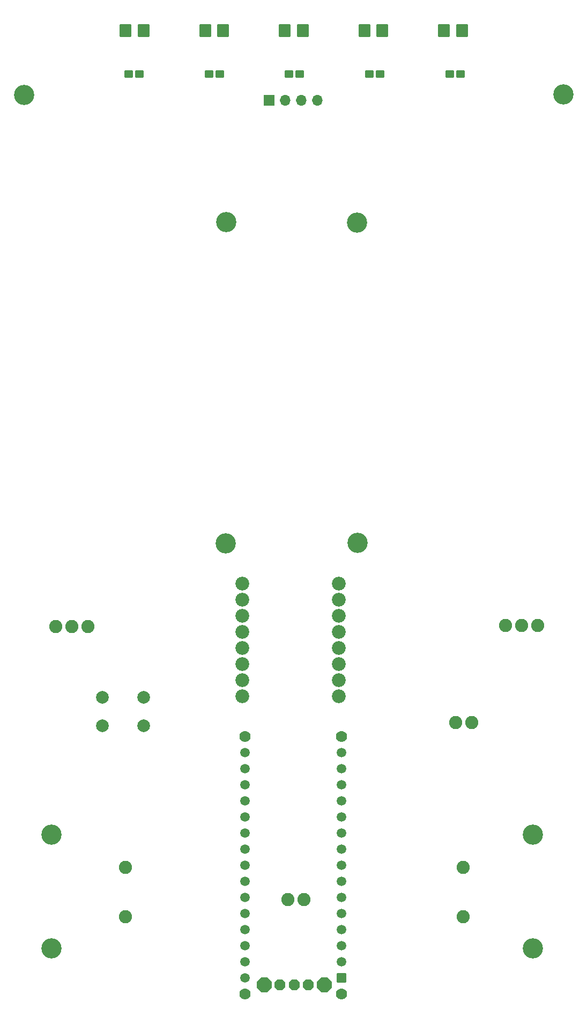
<source format=gbr>
%TF.GenerationSoftware,KiCad,Pcbnew,7.0.7*%
%TF.CreationDate,2024-02-08T11:46:49+08:00*%
%TF.ProjectId,lekirbotv2,6c656b69-7262-46f7-9476-322e6b696361,rev?*%
%TF.SameCoordinates,Original*%
%TF.FileFunction,Soldermask,Top*%
%TF.FilePolarity,Negative*%
%FSLAX46Y46*%
G04 Gerber Fmt 4.6, Leading zero omitted, Abs format (unit mm)*
G04 Created by KiCad (PCBNEW 7.0.7) date 2024-02-08 11:46:49*
%MOMM*%
%LPD*%
G01*
G04 APERTURE LIST*
G04 Aperture macros list*
%AMRoundRect*
0 Rectangle with rounded corners*
0 $1 Rounding radius*
0 $2 $3 $4 $5 $6 $7 $8 $9 X,Y pos of 4 corners*
0 Add a 4 corners polygon primitive as box body*
4,1,4,$2,$3,$4,$5,$6,$7,$8,$9,$2,$3,0*
0 Add four circle primitives for the rounded corners*
1,1,$1+$1,$2,$3*
1,1,$1+$1,$4,$5*
1,1,$1+$1,$6,$7*
1,1,$1+$1,$8,$9*
0 Add four rect primitives between the rounded corners*
20,1,$1+$1,$2,$3,$4,$5,0*
20,1,$1+$1,$4,$5,$6,$7,0*
20,1,$1+$1,$6,$7,$8,$9,0*
20,1,$1+$1,$8,$9,$2,$3,0*%
%AMFreePoly0*
4,1,25,0.375350,0.844196,0.387473,0.833842,0.833842,0.387473,0.862349,0.331525,0.863600,0.315631,0.863600,-0.315631,0.844196,-0.375350,0.833842,-0.387473,0.387473,-0.833842,0.331525,-0.862349,0.315631,-0.863600,-0.315631,-0.863600,-0.375350,-0.844196,-0.387473,-0.833842,-0.833842,-0.387473,-0.862349,-0.331525,-0.863600,-0.315631,-0.863600,0.315631,-0.844196,0.375350,-0.833842,0.387473,
-0.387473,0.833842,-0.331525,0.862349,-0.315631,0.863600,0.315631,0.863600,0.375350,0.844196,0.375350,0.844196,$1*%
%AMFreePoly1*
4,1,25,0.501602,1.148996,0.513725,1.138642,1.138642,0.513725,1.167149,0.457777,1.168400,0.441883,1.168400,-0.441883,1.148996,-0.501602,1.138642,-0.513725,0.513725,-1.138642,0.457777,-1.167149,0.441883,-1.168400,-0.441883,-1.168400,-0.501602,-1.148996,-0.513725,-1.138642,-1.138642,-0.513725,-1.167149,-0.457777,-1.168400,-0.441883,-1.168400,0.441883,-1.148996,0.501602,-1.138642,0.513725,
-0.513725,1.138642,-0.457777,1.167149,-0.441883,1.168400,0.441883,1.168400,0.501602,1.148996,0.501602,1.148996,$1*%
G04 Aperture macros list end*
%ADD10RoundRect,0.101600X-0.550000X-0.500000X0.550000X-0.500000X0.550000X0.500000X-0.550000X0.500000X0*%
%ADD11R,1.700000X1.700000*%
%ADD12O,1.700000X1.700000*%
%ADD13C,3.200000*%
%ADD14C,2.082800*%
%ADD15RoundRect,0.101600X-0.800000X-0.901500X0.800000X-0.901500X0.800000X0.901500X-0.800000X0.901500X0*%
%ADD16C,2.000000*%
%ADD17C,1.778000*%
%ADD18RoundRect,0.101600X0.654000X-0.654000X0.654000X0.654000X-0.654000X0.654000X-0.654000X-0.654000X0*%
%ADD19C,1.511200*%
%ADD20FreePoly0,90.000000*%
%ADD21FreePoly1,90.000000*%
%ADD22C,2.183200*%
G04 APERTURE END LIST*
D10*
%TO.C,R1*%
X117121600Y-42442200D03*
X118821600Y-42442200D03*
%TD*%
%TO.C,R2*%
X104456800Y-42442200D03*
X106156800Y-42442200D03*
%TD*%
D11*
%TO.C,J3*%
X88646400Y-46557000D03*
D12*
X91186400Y-46557000D03*
X93726400Y-46557000D03*
X96266400Y-46557000D03*
%TD*%
D13*
%TO.C,H3*%
X54267100Y-180453451D03*
%TD*%
D14*
%TO.C,J1*%
X131013600Y-129455251D03*
X128473600Y-129455251D03*
X125933600Y-129455251D03*
%TD*%
D15*
%TO.C,D2*%
X103683600Y-35584200D03*
X106527600Y-35584200D03*
%TD*%
D14*
%TO.C,M1A0*%
X65938400Y-167664551D03*
%TD*%
%TO.C,J2*%
X59995200Y-129633051D03*
X57455200Y-129633051D03*
X54915200Y-129633051D03*
%TD*%
D13*
%TO.C,H4*%
X54267100Y-162495651D03*
%TD*%
D15*
%TO.C,D1*%
X116256600Y-35584200D03*
X119100600Y-35584200D03*
%TD*%
D16*
%TO.C,SW1*%
X62334400Y-140804851D03*
X68834400Y-140804851D03*
X62334400Y-145304851D03*
X68834400Y-145304851D03*
%TD*%
D15*
%TO.C,D4*%
X78537600Y-35584200D03*
X81381600Y-35584200D03*
%TD*%
D13*
%TO.C,H5*%
X135077600Y-45642600D03*
%TD*%
D14*
%TO.C,LDR0*%
X118110400Y-144796851D03*
X120650400Y-144796851D03*
%TD*%
%TO.C,BATT0*%
X94107400Y-172736851D03*
X91567400Y-172736851D03*
%TD*%
D15*
%TO.C,D3*%
X91110600Y-35584200D03*
X93954600Y-35584200D03*
%TD*%
D10*
%TO.C,R5*%
X66462200Y-42442200D03*
X68162200Y-42442200D03*
%TD*%
D17*
%TO.C,ARDUINO_NANO1*%
X84836400Y-187646851D03*
X100076400Y-187646851D03*
X84836400Y-147006851D03*
X100076400Y-147006851D03*
D18*
X100076400Y-185106851D03*
D19*
X100076400Y-182566851D03*
X100076400Y-180026851D03*
X100076400Y-177486851D03*
X100076400Y-174946851D03*
X100076400Y-172406851D03*
X100076400Y-169866851D03*
X100076400Y-167326851D03*
X100076400Y-164786851D03*
X100076400Y-162246851D03*
X100076400Y-159706851D03*
X100076400Y-157166851D03*
X100076400Y-154626851D03*
X100076400Y-152086851D03*
X100076400Y-149546851D03*
X84836400Y-149546851D03*
X84836400Y-152086851D03*
X84836400Y-154626851D03*
X84836400Y-157166851D03*
X84836400Y-159706851D03*
X84836400Y-162246851D03*
X84836400Y-164786851D03*
X84836400Y-167326851D03*
X84836400Y-169866851D03*
X84836400Y-172406851D03*
X84836400Y-174946851D03*
X84836400Y-177486851D03*
X84836400Y-180026851D03*
X84836400Y-182566851D03*
X84836400Y-185106851D03*
%TD*%
D13*
%TO.C,H8*%
X81839200Y-65835600D03*
%TD*%
D10*
%TO.C,R3*%
X91791900Y-42442200D03*
X93491900Y-42442200D03*
%TD*%
D20*
%TO.C,S2X0*%
X90360900Y-186198851D03*
X92583400Y-186198851D03*
X94805900Y-186198851D03*
D21*
X87833400Y-186211351D03*
X97333400Y-186186351D03*
%TD*%
D14*
%TO.C,M1B0*%
X65938400Y-175411551D03*
%TD*%
D13*
%TO.C,H10*%
X102591000Y-116425051D03*
%TD*%
%TO.C,H7*%
X102514800Y-65886400D03*
%TD*%
%TO.C,H9*%
X81813800Y-116501251D03*
%TD*%
D14*
%TO.C,M2A0*%
X119278400Y-167664551D03*
%TD*%
%TO.C,M2B0*%
X119278400Y-175411551D03*
%TD*%
D13*
%TO.C,H6*%
X49936800Y-45718800D03*
%TD*%
D22*
%TO.C,U1*%
X84430000Y-122885000D03*
X84430000Y-125425000D03*
X84430000Y-127965000D03*
X84430000Y-130505000D03*
X84430000Y-133045000D03*
X84430000Y-135585000D03*
X84430000Y-138125000D03*
X84430000Y-140665000D03*
X99670000Y-140665000D03*
X99670000Y-138125000D03*
X99670000Y-135585000D03*
X99670000Y-133045000D03*
X99670000Y-130505000D03*
X99670000Y-127965000D03*
X99670000Y-125425000D03*
X99670000Y-122885000D03*
%TD*%
D13*
%TO.C,H1*%
X130289300Y-180453451D03*
%TD*%
D15*
%TO.C,D5*%
X65964600Y-35584200D03*
X68808600Y-35584200D03*
%TD*%
D10*
%TO.C,R4*%
X79127100Y-42442200D03*
X80827100Y-42442200D03*
%TD*%
D13*
%TO.C,H2*%
X130289300Y-162495651D03*
%TD*%
M02*

</source>
